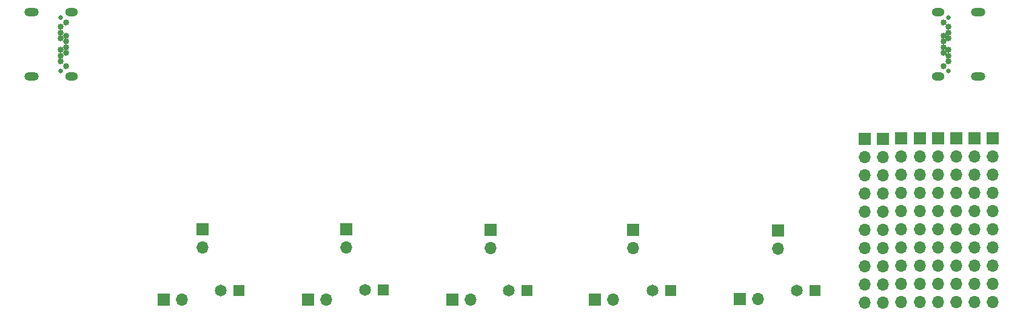
<source format=gbr>
%TF.GenerationSoftware,KiCad,Pcbnew,8.0.3-8.0.3-0~ubuntu22.04.1*%
%TF.CreationDate,2024-12-02T08:44:27+01:00*%
%TF.ProjectId,BreakoutboardRT9532,42726561-6b6f-4757-9462-6f6172645254,rev?*%
%TF.SameCoordinates,Original*%
%TF.FileFunction,Soldermask,Bot*%
%TF.FilePolarity,Negative*%
%FSLAX46Y46*%
G04 Gerber Fmt 4.6, Leading zero omitted, Abs format (unit mm)*
G04 Created by KiCad (PCBNEW 8.0.3-8.0.3-0~ubuntu22.04.1) date 2024-12-02 08:44:27*
%MOMM*%
%LPD*%
G01*
G04 APERTURE LIST*
%ADD10R,1.650000X1.650000*%
%ADD11C,1.650000*%
%ADD12R,1.700000X1.700000*%
%ADD13O,1.700000X1.700000*%
%ADD14O,2.004000X1.204000*%
%ADD15O,1.804000X1.204000*%
%ADD16C,0.854000*%
%ADD17C,0.650000*%
G04 APERTURE END LIST*
D10*
%TO.C,J17*%
X164840000Y-91500000D03*
D11*
X162300000Y-91500000D03*
%TD*%
D10*
%TO.C,J16*%
X144690000Y-91500000D03*
D11*
X142150000Y-91500000D03*
%TD*%
D10*
%TO.C,J15*%
X124590000Y-91550000D03*
D11*
X122050000Y-91550000D03*
%TD*%
D10*
%TO.C,J14*%
X104570000Y-91470000D03*
D11*
X102030000Y-91470000D03*
%TD*%
D10*
%TO.C,J13*%
X84370000Y-91520000D03*
D11*
X81830000Y-91520000D03*
%TD*%
D12*
%TO.C,J12*%
X154325000Y-92750000D03*
D13*
X156865000Y-92750000D03*
%TD*%
D12*
%TO.C,J11*%
X159700000Y-83125000D03*
D13*
X159700000Y-85665000D03*
%TD*%
D12*
%TO.C,REF\u002A\u002A*%
X189650000Y-70300000D03*
D13*
X189650000Y-72840000D03*
X189650000Y-75380000D03*
X189650000Y-77920000D03*
X189650000Y-80460000D03*
X189650000Y-83000000D03*
X189650000Y-85540000D03*
X189650000Y-88080000D03*
X189650000Y-90620000D03*
X189650000Y-93160000D03*
%TD*%
D12*
%TO.C,REF\u002A\u002A*%
X187100000Y-70300000D03*
D13*
X187100000Y-72840000D03*
X187100000Y-75380000D03*
X187100000Y-77920000D03*
X187100000Y-80460000D03*
X187100000Y-83000000D03*
X187100000Y-85540000D03*
X187100000Y-88080000D03*
X187100000Y-90620000D03*
X187100000Y-93160000D03*
%TD*%
D12*
%TO.C,REF\u002A\u002A*%
X184550000Y-70310000D03*
D13*
X184550000Y-72850000D03*
X184550000Y-75390000D03*
X184550000Y-77930000D03*
X184550000Y-80470000D03*
X184550000Y-83010000D03*
X184550000Y-85550000D03*
X184550000Y-88090000D03*
X184550000Y-90630000D03*
X184550000Y-93170000D03*
%TD*%
D12*
%TO.C,REF\u002A\u002A*%
X182000000Y-70310000D03*
D13*
X182000000Y-72850000D03*
X182000000Y-75390000D03*
X182000000Y-77930000D03*
X182000000Y-80470000D03*
X182000000Y-83010000D03*
X182000000Y-85550000D03*
X182000000Y-88090000D03*
X182000000Y-90630000D03*
X182000000Y-93170000D03*
%TD*%
D12*
%TO.C,REF\u002A\u002A*%
X179450000Y-70325000D03*
D13*
X179450000Y-72865000D03*
X179450000Y-75405000D03*
X179450000Y-77945000D03*
X179450000Y-80485000D03*
X179450000Y-83025000D03*
X179450000Y-85565000D03*
X179450000Y-88105000D03*
X179450000Y-90645000D03*
X179450000Y-93185000D03*
%TD*%
D12*
%TO.C,REF\u002A\u002A*%
X176900000Y-70325000D03*
D13*
X176900000Y-72865000D03*
X176900000Y-75405000D03*
X176900000Y-77945000D03*
X176900000Y-80485000D03*
X176900000Y-83025000D03*
X176900000Y-85565000D03*
X176900000Y-88105000D03*
X176900000Y-90645000D03*
X176900000Y-93185000D03*
%TD*%
D12*
%TO.C,REF\u002A\u002A*%
X174350000Y-70335000D03*
D13*
X174350000Y-72875000D03*
X174350000Y-75415000D03*
X174350000Y-77955000D03*
X174350000Y-80495000D03*
X174350000Y-83035000D03*
X174350000Y-85575000D03*
X174350000Y-88115000D03*
X174350000Y-90655000D03*
X174350000Y-93195000D03*
%TD*%
D12*
%TO.C,REF\u002A\u002A*%
X171800000Y-70335000D03*
D13*
X171800000Y-72875000D03*
X171800000Y-75415000D03*
X171800000Y-77955000D03*
X171800000Y-80495000D03*
X171800000Y-83035000D03*
X171800000Y-85575000D03*
X171800000Y-88115000D03*
X171800000Y-90655000D03*
X171800000Y-93195000D03*
%TD*%
%TO.C,J10*%
X136665000Y-92850000D03*
D12*
X134125000Y-92850000D03*
%TD*%
%TO.C,J9*%
X114225000Y-92850000D03*
D13*
X116765000Y-92850000D03*
%TD*%
D12*
%TO.C,J8*%
X94075000Y-92800000D03*
D13*
X96615000Y-92800000D03*
%TD*%
D12*
%TO.C,J7*%
X73875000Y-92850000D03*
D13*
X76415000Y-92850000D03*
%TD*%
D12*
%TO.C,J6*%
X139450000Y-83075000D03*
D13*
X139450000Y-85615000D03*
%TD*%
D12*
%TO.C,J5*%
X119500000Y-83050000D03*
D13*
X119500000Y-85590000D03*
%TD*%
D12*
%TO.C,J4*%
X99400000Y-83025000D03*
D13*
X99400000Y-85565000D03*
%TD*%
D12*
%TO.C,J3*%
X79350000Y-82975000D03*
D13*
X79350000Y-85515000D03*
%TD*%
D14*
%TO.C,J2*%
X187600000Y-61650000D03*
X187600000Y-52650000D03*
D15*
X182000000Y-61650000D03*
X182000000Y-52650000D03*
D16*
X182800000Y-60200000D03*
X182800000Y-54100000D03*
X183500000Y-59550000D03*
X183500000Y-54750000D03*
X183500000Y-58750000D03*
X183500000Y-55550000D03*
X183500000Y-57950000D03*
X183500000Y-56350000D03*
X182800000Y-58350000D03*
X182800000Y-55950000D03*
X182800000Y-57550000D03*
X182800000Y-56750000D03*
D17*
X183500000Y-60875000D03*
X183500000Y-53425000D03*
%TD*%
D14*
%TO.C,J1*%
X55450000Y-52650000D03*
X55450000Y-61650000D03*
D15*
X61050000Y-52650000D03*
X61050000Y-61650000D03*
D16*
X60250000Y-54100000D03*
X60250000Y-60200000D03*
X59550000Y-54750000D03*
X59550000Y-59550000D03*
X59550000Y-55550000D03*
X59550000Y-58750000D03*
X59550000Y-56350000D03*
X59550000Y-57950000D03*
X60250000Y-55950000D03*
X60250000Y-58350000D03*
X60250000Y-56750000D03*
X60250000Y-57550000D03*
D17*
X59550000Y-53425000D03*
X59550000Y-60875000D03*
%TD*%
M02*

</source>
